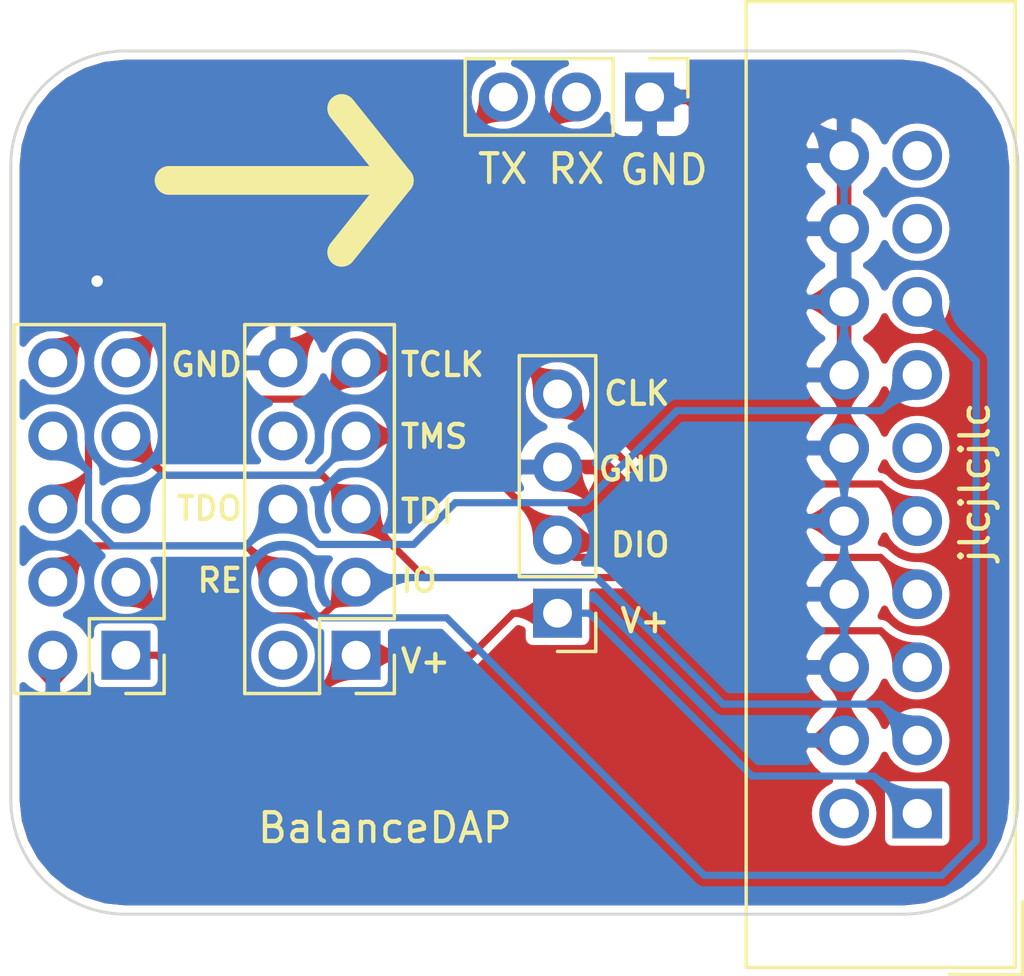
<source format=kicad_pcb>
(kicad_pcb (version 20171130) (host pcbnew "(5.1.4)-1")
  (layers (0 F.Cu signal) (31 B.Cu signal) (34 B.Paste user hide) (35 F.Paste user hide) (36 B.SilkS user) (37 F.SilkS user) (38 B.Mask user hide) (39 F.Mask user hide) (44 Edge.Cuts user))
  (net 0 "")
  (net 1 /UART_TX)
  (net 2 /UART_RX)
  (net 3 /TDO)
  (net 4 /TDI)
  (net 5 /TCLK\SWCLK)
  (net 6 /TMS\SWDIO)
  (net 7 /RESET)
  (net 8 /IO)
  (net 9 GND)
  (net 10 /VREF+)
  (module Connector_PinHeader_2.54mm:PinHeader_2x05_P2.54mm_Vertical (layer F.Cu) (at 134 73 180)
    (fp_text reference J1 hide)
    (fp_text value Conn_02x05_Top_Bottom)
    (pad 10 thru_hole oval (at 2.54 10.16 180) (size 1.7 1.7) (drill 1) (layers *.Cu *.Mask) (net 1 /UART_TX))
    (pad 9 thru_hole oval (at 0 10.16 180) (size 1.7 1.7) (drill 1) (layers *.Cu *.Mask) (net 2 /UART_RX))
    (pad 8 thru_hole oval (at 2.54 7.62 180) (size 1.7 1.7) (drill 1) (layers *.Cu *.Mask) (net 3 /TDO))
    (pad 7 thru_hole oval (at 0 7.62 180) (size 1.7 1.7) (drill 1) (layers *.Cu *.Mask) (net 4 /TDI))
    (pad 6 thru_hole oval (at 2.54 5.08 180) (size 1.7 1.7) (drill 1) (layers *.Cu *.Mask) (net 5 /TCLK\SWCLK))
    (pad 5 thru_hole oval (at 0 5.08 180) (size 1.7 1.7) (drill 1) (layers *.Cu *.Mask) (net 6 /TMS\SWDIO))
    (pad 4 thru_hole oval (at 2.54 2.54 180) (size 1.7 1.7) (drill 1) (layers *.Cu *.Mask) (net 7 /RESET))
    (pad 3 thru_hole oval (at 0 2.54 180) (size 1.7 1.7) (drill 1) (layers *.Cu *.Mask) (net 8 /IO))
    (pad 2 thru_hole oval (at 2.54 0 180) (size 1.7 1.7) (drill 1) (layers *.Cu *.Mask) (net 9 GND))
    (pad 1 thru_hole rect (at 0 0 180) (size 1.7 1.7) (drill 1) (layers *.Cu *.Mask) (net 10 /VREF+))
  )
  (module Connector_PinHeader_2.54mm:PinHeader_1x04_P2.54mm_Vertical (layer F.Cu) (at 149 71.54 180)
    (fp_text reference J5 hide)
    (fp_text value Conn_01x04)
    (pad 4 thru_hole oval (at 0 7.62 180) (size 1.7 1.7) (drill 1) (layers *.Cu *.Mask) (net 5 /TCLK\SWCLK))
    (pad 3 thru_hole oval (at 0 5.08 180) (size 1.7 1.7) (drill 1) (layers *.Cu *.Mask) (net 9 GND))
    (pad 2 thru_hole oval (at 0 2.54 180) (size 1.7 1.7) (drill 1) (layers *.Cu *.Mask) (net 6 /TMS\SWDIO))
    (pad 1 thru_hole rect (at 0 0 180) (size 1.7 1.7) (drill 1) (layers *.Cu *.Mask) (net 10 /VREF+))
  )
  (module Connector_PinHeader_2.54mm:PinHeader_2x05_P2.54mm_Vertical (layer F.Cu) (at 142 73 180)
    (fp_text reference J4 hide)
    (fp_text value Conn_02x05_Top_Bottom)
    (pad 10 thru_hole oval (at 2.54 10.16 180) (size 1.7 1.7) (drill 1) (layers *.Cu *.Mask) (net 9 GND))
    (pad 9 thru_hole oval (at 0 10.16 180) (size 1.7 1.7) (drill 1) (layers *.Cu *.Mask) (net 5 /TCLK\SWCLK))
    (pad 8 thru_hole oval (at 2.54 7.62 180) (size 1.7 1.7) (drill 1) (layers *.Cu *.Mask))
    (pad 7 thru_hole oval (at 0 7.62 180) (size 1.7 1.7) (drill 1) (layers *.Cu *.Mask) (net 6 /TMS\SWDIO))
    (pad 6 thru_hole oval (at 2.54 5.08 180) (size 1.7 1.7) (drill 1) (layers *.Cu *.Mask) (net 3 /TDO))
    (pad 5 thru_hole oval (at 0 5.08 180) (size 1.7 1.7) (drill 1) (layers *.Cu *.Mask) (net 4 /TDI))
    (pad 4 thru_hole oval (at 2.54 2.54 180) (size 1.7 1.7) (drill 1) (layers *.Cu *.Mask) (net 7 /RESET))
    (pad 3 thru_hole oval (at 0 2.54 180) (size 1.7 1.7) (drill 1) (layers *.Cu *.Mask) (net 8 /IO))
    (pad 2 thru_hole oval (at 2.54 0 180) (size 1.7 1.7) (drill 1) (layers *.Cu *.Mask))
    (pad 1 thru_hole rect (at 0 0 180) (size 1.7 1.7) (drill 1) (layers *.Cu *.Mask) (net 10 /VREF+))
  )
  (module Connector_PinHeader_2.54mm:PinHeader_1x03_P2.54mm_Vertical (layer F.Cu) (at 152.2 53.6 270)
    (fp_text reference J3 hide)
    (fp_text value Conn_01x03)
    (pad 3 thru_hole oval (at 0 5.08 270) (size 1.7 1.7) (drill 1) (layers *.Cu *.Mask) (net 1 /UART_TX))
    (pad 2 thru_hole oval (at 0 2.54 270) (size 1.7 1.7) (drill 1) (layers *.Cu *.Mask) (net 2 /UART_RX))
    (pad 1 thru_hole rect (at 0 0 270) (size 1.7 1.7) (drill 1) (layers *.Cu *.Mask) (net 9 GND))
  )
  (module Connector_IDC:IDC-Header_2x10_P2.54mm_Vertical (layer F.Cu) (at 161.5 78.5 180)
    (fp_text reference J2 hide)
    (fp_text value Conn_02x10_Top_Bottom)
    (pad 20 thru_hole oval (at 2.54 22.86 180) (size 1.7272 1.7272) (drill 1.016) (layers *.Cu *.Mask) (net 9 GND))
    (pad 19 thru_hole oval (at 0 22.86 180) (size 1.7272 1.7272) (drill 1.016) (layers *.Cu *.Mask))
    (pad 18 thru_hole oval (at 2.54 20.32 180) (size 1.7272 1.7272) (drill 1.016) (layers *.Cu *.Mask) (net 9 GND))
    (pad 17 thru_hole oval (at 0 20.32 180) (size 1.7272 1.7272) (drill 1.016) (layers *.Cu *.Mask))
    (pad 16 thru_hole oval (at 2.54 17.78 180) (size 1.7272 1.7272) (drill 1.016) (layers *.Cu *.Mask) (net 9 GND))
    (pad 15 thru_hole oval (at 0 17.78 180) (size 1.7272 1.7272) (drill 1.016) (layers *.Cu *.Mask) (net 7 /RESET))
    (pad 14 thru_hole oval (at 2.54 15.24 180) (size 1.7272 1.7272) (drill 1.016) (layers *.Cu *.Mask) (net 9 GND))
    (pad 13 thru_hole oval (at 0 15.24 180) (size 1.7272 1.7272) (drill 1.016) (layers *.Cu *.Mask) (net 3 /TDO))
    (pad 12 thru_hole oval (at 2.54 12.7 180) (size 1.7272 1.7272) (drill 1.016) (layers *.Cu *.Mask) (net 9 GND))
    (pad 11 thru_hole oval (at 0 12.7 180) (size 1.7272 1.7272) (drill 1.016) (layers *.Cu *.Mask))
    (pad 10 thru_hole oval (at 2.54 10.16 180) (size 1.7272 1.7272) (drill 1.016) (layers *.Cu *.Mask) (net 9 GND))
    (pad 9 thru_hole oval (at 0 10.16 180) (size 1.7272 1.7272) (drill 1.016) (layers *.Cu *.Mask) (net 5 /TCLK\SWCLK))
    (pad 8 thru_hole oval (at 2.54 7.62 180) (size 1.7272 1.7272) (drill 1.016) (layers *.Cu *.Mask) (net 9 GND))
    (pad 7 thru_hole oval (at 0 7.62 180) (size 1.7272 1.7272) (drill 1.016) (layers *.Cu *.Mask) (net 6 /TMS\SWDIO))
    (pad 6 thru_hole oval (at 2.54 5.08 180) (size 1.7272 1.7272) (drill 1.016) (layers *.Cu *.Mask) (net 9 GND))
    (pad 5 thru_hole oval (at 0 5.08 180) (size 1.7272 1.7272) (drill 1.016) (layers *.Cu *.Mask) (net 4 /TDI))
    (pad 4 thru_hole oval (at 2.54 2.54 180) (size 1.7272 1.7272) (drill 1.016) (layers *.Cu *.Mask) (net 9 GND))
    (pad 3 thru_hole oval (at 0 2.54 180) (size 1.7272 1.7272) (drill 1.016) (layers *.Cu *.Mask) (net 8 /IO))
    (pad 2 thru_hole oval (at 2.54 0 180) (size 1.7272 1.7272) (drill 1.016) (layers *.Cu *.Mask))
    (pad 1 thru_hole rect (at 0 0 180) (size 1.7272 1.7272) (drill 1.016) (layers *.Cu *.Mask) (net 10 /VREF+))
  )
  (gr_text jlcjlcjlc (at 163.5 67 90) (layer F.SilkS) (effects (font (size 1 1))))
  (gr_text BalanceDAP (at 143 79) (layer F.SilkS) (effects (font (size 1 1))))
  (gr_text V+ (at 144.409524 73.2) (layer F.SilkS) (effects (font (size 0.8 0.8))))
  (gr_text GND (at 136.804762 62.9) (layer F.SilkS) (effects (font (size 0.8 0.8))))
  (gr_text IO (at 144.180953 70.4) (layer F.SilkS) (effects (font (size 0.8 0.8))))
  (gr_text TCLK (at 145 62.9) (layer F.SilkS) (effects (font (size 0.8 0.8))))
  (gr_text TMS (at 144.714286 65.4) (layer F.SilkS) (effects (font (size 0.8 0.8))))
  (gr_text TDI (at 144.466667 68) (layer F.SilkS) (effects (font (size 0.8 0.8))))
  (gr_text RE (at 137.261905 70.4) (layer F.SilkS) (effects (font (size 0.8 0.8))))
  (gr_text TDO (at 136.9 67.9) (layer F.SilkS) (effects (font (size 0.8 0.8))))
  (gr_text GND (at 152.695238 56.133333) (layer F.SilkS) (effects (font (size 1 1))))
  (gr_text V+ (at 152.042858 71.8) (layer F.SilkS) (effects (font (size 0.8 0.8))))
  (gr_text GND (at 151.661905 66.533333) (layer F.SilkS) (effects (font (size 0.8 0.8))))
  (gr_text CLK (at 151.757143 63.9) (layer F.SilkS) (effects (font (size 0.8 0.8))))
  (gr_text DIO (at 151.871429 69.166666) (layer F.SilkS) (effects (font (size 0.8 0.8))))
  (gr_text RX (at 149.65 56.1) (layer F.SilkS) (effects (font (size 1 1))))
  (gr_text TX (at 147.1 56.1) (layer F.SilkS) (effects (font (size 1 1))))
  (gr_line (start 143.5 56.5) (end 141.5 59) (layer F.SilkS) (width 1))
  (gr_line (start 141.5 54) (end 143.5 56.5) (layer F.SilkS) (width 1))
  (gr_line (start 135.5 56.5) (end 143.5 56.5) (layer F.SilkS) (width 1))
  (gr_arc (start 134 78) (end 130 78) (angle -90) (layer Edge.Cuts) (width 0.1))
  (gr_arc (start 134 56) (end 134 52) (angle -90) (layer Edge.Cuts) (width 0.1))
  (gr_arc (start 161 56) (end 165 56) (angle -90) (layer Edge.Cuts) (width 0.1))
  (gr_arc (start 161 78) (end 161 82) (angle -90) (layer Edge.Cuts) (width 0.1))
  (gr_line (start 165 56) (end 165 78) (layer Edge.Cuts) (width 0.1))
  (gr_line (start 134 52) (end 161 52) (layer Edge.Cuts) (width 0.1))
  (gr_line (start 130 78) (end 130 56) (layer Edge.Cuts) (width 0.1))
  (gr_line (start 161 82) (end 134 82) (layer Edge.Cuts) (width 0.1))
  (segment (start 131.46 62.84) (end 135.8 58.5) (width 0.25) (layer F.Cu) (net 1))
  (segment (start 142.22 58.5) (end 147.12 53.6) (width 0.25) (layer F.Cu) (net 1))
  (segment (start 135.8 58.5) (end 142.22 58.5) (width 0.25) (layer F.Cu) (net 1))
  (segment (start 134 62.84) (end 137.64 59.2) (width 0.25) (layer F.Cu) (net 2))
  (segment (start 144.06 59.2) (end 149.66 53.6) (width 0.25) (layer F.Cu) (net 2))
  (segment (start 137.64 59.2) (end 144.06 59.2) (width 0.25) (layer F.Cu) (net 2))
  (segment (start 131.46 65.38) (end 132.7 66.62) (width 0.25) (layer B.Cu) (net 3))
  (segment (start 132.7 68.359002) (end 133.540998 69.2) (width 0.25) (layer B.Cu) (net 3))
  (segment (start 132.7 66.62) (end 132.7 68.359002) (width 0.25) (layer B.Cu) (net 3))
  (segment (start 138.18 69.2) (end 139.46 67.92) (width 0.25) (layer B.Cu) (net 3))
  (segment (start 133.540998 69.2) (end 138.18 69.2) (width 0.25) (layer B.Cu) (net 3))
  (segment (start 161.5 63.26) (end 160.26 64.5) (width 0.25) (layer B.Cu) (net 3))
  (segment (start 160.26 64.5) (end 153.15 64.5) (width 0.25) (layer B.Cu) (net 3))
  (segment (start 153.15 64.5) (end 149.95 67.7) (width 0.25) (layer B.Cu) (net 3))
  (segment (start 149.95 67.7) (end 145.45 67.7) (width 0.25) (layer B.Cu) (net 3))
  (segment (start 145.45 67.7) (end 144 69.15) (width 0.25) (layer B.Cu) (net 3))
  (segment (start 140.69 69.15) (end 139.46 67.92) (width 0.25) (layer B.Cu) (net 3))
  (segment (start 144 69.15) (end 140.69 69.15) (width 0.25) (layer B.Cu) (net 3))
  (segment (start 141.150001 67.070001) (end 142 67.92) (width 0.25) (layer F.Cu) (net 4))
  (segment (start 140.824999 66.744999) (end 141.150001 67.070001) (width 0.25) (layer F.Cu) (net 4))
  (segment (start 135.364999 66.744999) (end 140.824999 66.744999) (width 0.25) (layer F.Cu) (net 4))
  (segment (start 134 65.38) (end 135.364999 66.744999) (width 0.25) (layer F.Cu) (net 4))
  (segment (start 142 67.92) (end 144.38 70.3) (width 0.25) (layer F.Cu) (net 4))
  (segment (start 144.38 70.3) (end 155.55 70.3) (width 0.25) (layer F.Cu) (net 4))
  (segment (start 155.55 70.3) (end 157.4 72.15) (width 0.25) (layer F.Cu) (net 4))
  (segment (start 160.23 72.15) (end 161.5 73.42) (width 0.25) (layer F.Cu) (net 4))
  (segment (start 157.4 72.15) (end 160.23 72.15) (width 0.25) (layer F.Cu) (net 4))
  (segment (start 142 63.1) (end 142 62.84) (width 0.25) (layer F.Cu) (net 5))
  (segment (start 141 64.1) (end 142 63.1) (width 0.25) (layer F.Cu) (net 5))
  (segment (start 133.540998 64.1) (end 141 64.1) (width 0.25) (layer F.Cu) (net 5))
  (segment (start 132.7 64.940998) (end 133.540998 64.1) (width 0.25) (layer F.Cu) (net 5))
  (segment (start 131.46 67.92) (end 132.7 66.68) (width 0.25) (layer F.Cu) (net 5))
  (segment (start 132.7 66.68) (end 132.7 64.940998) (width 0.25) (layer F.Cu) (net 5))
  (segment (start 147.92 62.84) (end 149 63.92) (width 0.25) (layer F.Cu) (net 5))
  (segment (start 142 62.84) (end 147.92 62.84) (width 0.25) (layer F.Cu) (net 5))
  (segment (start 149 63.92) (end 152.13 67.05) (width 0.25) (layer F.Cu) (net 5))
  (segment (start 160.21 67.05) (end 161.5 68.34) (width 0.25) (layer F.Cu) (net 5))
  (segment (start 152.13 67.05) (end 160.21 67.05) (width 0.25) (layer F.Cu) (net 5))
  (segment (start 141.150001 66.229999) (end 142 65.38) (width 0.25) (layer B.Cu) (net 6))
  (segment (start 140.635001 66.744999) (end 141.150001 66.229999) (width 0.25) (layer B.Cu) (net 6))
  (segment (start 135.175001 66.744999) (end 140.635001 66.744999) (width 0.25) (layer B.Cu) (net 6))
  (segment (start 134 67.92) (end 135.175001 66.744999) (width 0.25) (layer B.Cu) (net 6))
  (segment (start 145.38 65.38) (end 149 69) (width 0.25) (layer F.Cu) (net 6))
  (segment (start 142 65.38) (end 145.38 65.38) (width 0.25) (layer F.Cu) (net 6))
  (segment (start 149.6 69.6) (end 149 69) (width 0.25) (layer F.Cu) (net 6))
  (segment (start 161.5 70.88) (end 160.22 69.6) (width 0.25) (layer F.Cu) (net 6))
  (segment (start 160.22 69.6) (end 149.6 69.6) (width 0.25) (layer F.Cu) (net 6))
  (segment (start 131.46 70.46) (end 132.72 69.2) (width 0.25) (layer F.Cu) (net 7))
  (segment (start 138.2 69.2) (end 139.46 70.46) (width 0.25) (layer F.Cu) (net 7))
  (segment (start 132.72 69.2) (end 138.2 69.2) (width 0.25) (layer F.Cu) (net 7))
  (segment (start 139.46 70.46) (end 140.7 71.7) (width 0.25) (layer B.Cu) (net 7))
  (segment (start 140.7 71.7) (end 145.15 71.7) (width 0.25) (layer B.Cu) (net 7))
  (segment (start 145.15 71.7) (end 154.1 80.65) (width 0.25) (layer B.Cu) (net 7))
  (segment (start 154.1 80.65) (end 162.35 80.65) (width 0.25) (layer B.Cu) (net 7))
  (segment (start 162.35 80.65) (end 163.55 79.45) (width 0.25) (layer B.Cu) (net 7))
  (segment (start 163.55 62.77) (end 161.5 60.72) (width 0.25) (layer B.Cu) (net 7))
  (segment (start 163.55 79.45) (end 163.55 62.77) (width 0.25) (layer B.Cu) (net 7))
  (segment (start 141.150001 71.309999) (end 142 70.46) (width 0.25) (layer F.Cu) (net 8))
  (segment (start 140.824999 71.635001) (end 141.150001 71.309999) (width 0.25) (layer F.Cu) (net 8))
  (segment (start 135.175001 71.635001) (end 140.824999 71.635001) (width 0.25) (layer F.Cu) (net 8))
  (segment (start 134 70.46) (end 135.175001 71.635001) (width 0.25) (layer F.Cu) (net 8))
  (segment (start 142.16 70.3) (end 142 70.46) (width 0.25) (layer B.Cu) (net 8))
  (segment (start 154.75 74.7) (end 150.35 70.3) (width 0.25) (layer B.Cu) (net 8))
  (segment (start 161.5 75.96) (end 160.24 74.7) (width 0.25) (layer B.Cu) (net 8))
  (segment (start 150.35 70.3) (end 142.16 70.3) (width 0.25) (layer B.Cu) (net 8))
  (segment (start 160.24 74.7) (end 154.75 74.7) (width 0.25) (layer B.Cu) (net 8))
  (segment (start 158.96 56.861314) (end 158.96 63.26) (width 0.25) (layer B.Cu) (net 9))
  (segment (start 158.96 55.64) (end 158.96 56.861314) (width 0.25) (layer B.Cu) (net 9))
  (segment (start 158.96 65.8) (end 158.96 70.88) (width 0.25) (layer B.Cu) (net 9))
  (segment (start 158.96 75.96) (end 158.96 73.42) (width 0.25) (layer F.Cu) (net 9))
  (segment (start 158.96 63.26) (end 158.96 65.8) (width 0.25) (layer F.Cu) (net 9))
  (segment (start 150.88 68.34) (end 158.96 68.34) (width 0.25) (layer F.Cu) (net 9))
  (segment (start 149 66.46) (end 150.88 68.34) (width 0.25) (layer F.Cu) (net 9))
  (segment (start 141.58 60.72) (end 158.96 60.72) (width 0.25) (layer F.Cu) (net 9))
  (segment (start 139.46 62.84) (end 141.58 60.72) (width 0.25) (layer F.Cu) (net 9))
  (segment (start 133.217919 75.96) (end 157.738686 75.96) (width 0.25) (layer F.Cu) (net 9))
  (segment (start 131.46 74.202081) (end 133.217919 75.96) (width 0.25) (layer F.Cu) (net 9))
  (segment (start 157.738686 75.96) (end 158.96 75.96) (width 0.25) (layer F.Cu) (net 9))
  (segment (start 131.46 73) (end 131.46 74.202081) (width 0.25) (layer F.Cu) (net 9))
  (segment (start 158.96 72.198686) (end 158.96 70.88) (width 0.25) (layer B.Cu) (net 9))
  (segment (start 158.96 73.42) (end 158.96 72.198686) (width 0.25) (layer B.Cu) (net 9))
  (segment (start 156.92 53.6) (end 158.96 55.64) (width 0.25) (layer B.Cu) (net 9))
  (segment (start 152.2 53.6) (end 156.92 53.6) (width 0.25) (layer B.Cu) (net 9))
  (segment (start 152.2 54.7) (end 146.9 60) (width 0.25) (layer B.Cu) (net 9))
  (segment (start 152.2 53.6) (end 152.2 54.7) (width 0.25) (layer B.Cu) (net 9))
  (segment (start 146.9 60) (end 133 60) (width 0.25) (layer B.Cu) (net 9))
  (via (at 133 60) (size 0.8) (drill 0.4) (layers F.Cu B.Cu) (net 9))
  (segment (start 135.1 73) (end 137.1 75) (width 0.25) (layer F.Cu) (net 10))
  (segment (start 134 73) (end 135.1 73) (width 0.25) (layer F.Cu) (net 10))
  (segment (start 137.1 75) (end 140 75) (width 0.25) (layer F.Cu) (net 10))
  (segment (start 140 75) (end 142 73) (width 0.25) (layer F.Cu) (net 10))
  (segment (start 142 73) (end 146 73) (width 0.25) (layer F.Cu) (net 10))
  (segment (start 147.46 71.54) (end 149 71.54) (width 0.25) (layer F.Cu) (net 10))
  (segment (start 146 73) (end 147.46 71.54) (width 0.25) (layer F.Cu) (net 10))
  (segment (start 160 77.2) (end 161.3 78.5) (width 0.25) (layer B.Cu) (net 10))
  (segment (start 161.3 78.5) (end 161.5 78.5) (width 0.25) (layer B.Cu) (net 10))
  (segment (start 155.76 77.2) (end 160 77.2) (width 0.25) (layer B.Cu) (net 10))
  (segment (start 149 71.54) (end 150.1 71.54) (width 0.25) (layer B.Cu) (net 10))
  (segment (start 150.1 71.54) (end 155.76 77.2) (width 0.25) (layer B.Cu) (net 10))
  (zone (net 9) (net_name GND) (layer F.Cu) (connect_pads (clearance 0.254)) (min_thickness 0.254) (fill yes (arc_segments 32) (thermal_gap 0.508) (thermal_bridge_width 0.508))
    (polygon (pts (xy 165 82) (xy 130 82) (xy 130 52) (xy 165 52)))
  )
  (zone (net 9) (net_name GND) (layer B.Cu) (connect_pads (clearance 0.254)) (min_thickness 0.254) (fill yes (arc_segments 32) (thermal_gap 0.508) (thermal_bridge_width 0.508))
    (polygon (pts (xy 165 82) (xy 130 82) (xy 130 52) (xy 165 52)))
  )
  (zone (net 1) (net_name /UART_TX) (layer F.Cu) (priority 16962) (connect_pads yes (clearance 0.2)) (min_thickness 0.0254) (fill yes (arc_segments 32) (thermal_gap 0.508) (thermal_bridge_width 0.508))
    (polygon (pts (xy 132.609257 61.513967) (xy 132.51097 61.605606) (xy 132.409176 61.68746) (xy 132.303872 61.75953) (xy 132.19506 61.821815) (xy 132.082738 61.874315) (xy 131.966908 61.91703) (xy 131.847569 61.94996) (xy 131.724721 61.973106) (xy 131.598365 61.986467) (xy 131.4685 61.990043) (xy 131.15948 63.14052) (xy 132.309957 62.8315) (xy 132.313533 62.701634) (xy 132.326893 62.575278) (xy 132.350039 62.45243) (xy 132.382969 62.333091) (xy 132.425685 62.217261) (xy 132.478185 62.104939) (xy 132.540469 61.996127) (xy 132.612539 61.890823) (xy 132.694393 61.789029) (xy 132.786033 61.690743)))
  )
  (zone (net 1) (net_name /UART_TX) (layer F.Cu) (priority 16962) (connect_pads yes (clearance 0.2)) (min_thickness 0.0254) (fill yes (arc_segments 32) (thermal_gap 0.508) (thermal_bridge_width 0.508))
    (polygon (pts (xy 145.970743 54.926033) (xy 146.069029 54.834393) (xy 146.170823 54.752539) (xy 146.276127 54.680469) (xy 146.384939 54.618185) (xy 146.497261 54.565685) (xy 146.613091 54.522969) (xy 146.73243 54.490039) (xy 146.855278 54.466893) (xy 146.981634 54.453533) (xy 147.1115 54.449957) (xy 147.42052 53.29948) (xy 146.270043 53.6085) (xy 146.266467 53.738365) (xy 146.253106 53.864721) (xy 146.22996 53.987569) (xy 146.19703 54.106908) (xy 146.154315 54.222738) (xy 146.101815 54.33506) (xy 146.03953 54.443872) (xy 145.96746 54.549176) (xy 145.885606 54.65097) (xy 145.793967 54.749257)))
  )
  (zone (net 2) (net_name /UART_RX) (layer F.Cu) (priority 16962) (connect_pads yes (clearance 0.2)) (min_thickness 0.0254) (fill yes (arc_segments 32) (thermal_gap 0.508) (thermal_bridge_width 0.508))
    (polygon (pts (xy 135.149257 61.513967) (xy 135.05097 61.605606) (xy 134.949176 61.68746) (xy 134.843872 61.75953) (xy 134.73506 61.821815) (xy 134.622738 61.874315) (xy 134.506908 61.91703) (xy 134.387569 61.94996) (xy 134.264721 61.973106) (xy 134.138365 61.986467) (xy 134.0085 61.990043) (xy 133.69948 63.14052) (xy 134.849957 62.8315) (xy 134.853533 62.701634) (xy 134.866893 62.575278) (xy 134.890039 62.45243) (xy 134.922969 62.333091) (xy 134.965685 62.217261) (xy 135.018185 62.104939) (xy 135.080469 61.996127) (xy 135.152539 61.890823) (xy 135.234393 61.789029) (xy 135.326033 61.690743)))
  )
  (zone (net 2) (net_name /UART_RX) (layer F.Cu) (priority 16962) (connect_pads yes (clearance 0.2)) (min_thickness 0.0254) (fill yes (arc_segments 32) (thermal_gap 0.508) (thermal_bridge_width 0.508))
    (polygon (pts (xy 148.510743 54.926033) (xy 148.609029 54.834393) (xy 148.710823 54.752539) (xy 148.816127 54.680469) (xy 148.924939 54.618185) (xy 149.037261 54.565685) (xy 149.153091 54.522969) (xy 149.27243 54.490039) (xy 149.395278 54.466893) (xy 149.521634 54.453533) (xy 149.6515 54.449957) (xy 149.96052 53.29948) (xy 148.810043 53.6085) (xy 148.806467 53.738365) (xy 148.793106 53.864721) (xy 148.76996 53.987569) (xy 148.73703 54.106908) (xy 148.694315 54.222738) (xy 148.641815 54.33506) (xy 148.57953 54.443872) (xy 148.50746 54.549176) (xy 148.425606 54.65097) (xy 148.333967 54.749257)))
  )
  (zone (net 3) (net_name /TDO) (layer B.Cu) (priority 16962) (connect_pads yes (clearance 0.2)) (min_thickness 0.0254) (fill yes (arc_segments 32) (thermal_gap 0.508) (thermal_bridge_width 0.508))
    (polygon (pts (xy 132.786033 66.529257) (xy 132.694393 66.43097) (xy 132.612539 66.329176) (xy 132.540469 66.223872) (xy 132.478185 66.11506) (xy 132.425685 66.002738) (xy 132.382969 65.886908) (xy 132.350039 65.767569) (xy 132.326893 65.644721) (xy 132.313533 65.518365) (xy 132.309957 65.3885) (xy 131.15948 65.07948) (xy 131.4685 66.229957) (xy 131.598365 66.233533) (xy 131.724721 66.246893) (xy 131.847569 66.270039) (xy 131.966908 66.302969) (xy 132.082738 66.345685) (xy 132.19506 66.398185) (xy 132.303872 66.460469) (xy 132.409176 66.532539) (xy 132.51097 66.614393) (xy 132.609257 66.706033)))
  )
  (zone (net 3) (net_name /TDO) (layer B.Cu) (priority 16962) (connect_pads yes (clearance 0.2)) (min_thickness 0.0254) (fill yes (arc_segments 32) (thermal_gap 0.508) (thermal_bridge_width 0.508))
    (polygon (pts (xy 138.310743 69.246033) (xy 138.409029 69.154393) (xy 138.510823 69.072539) (xy 138.616127 69.000469) (xy 138.724939 68.938185) (xy 138.837261 68.885685) (xy 138.953091 68.842969) (xy 139.07243 68.810039) (xy 139.195278 68.786893) (xy 139.321634 68.773533) (xy 139.4515 68.769957) (xy 139.76052 67.61948) (xy 138.610043 67.9285) (xy 138.606467 68.058365) (xy 138.593106 68.184721) (xy 138.56996 68.307569) (xy 138.53703 68.426908) (xy 138.494315 68.542738) (xy 138.441815 68.65506) (xy 138.37953 68.763872) (xy 138.30746 68.869176) (xy 138.225606 68.97097) (xy 138.133967 69.069257)))
  )
  (zone (net 3) (net_name /TDO) (layer B.Cu) (priority 16962) (connect_pads yes (clearance 0.2)) (min_thickness 0.0254) (fill yes (arc_segments 32) (thermal_gap 0.508) (thermal_bridge_width 0.508))
    (polygon (pts (xy 160.348389 64.588388) (xy 160.444697 64.498861) (xy 160.545002 64.418899) (xy 160.649306 64.348503) (xy 160.757607 64.287672) (xy 160.869905 64.236406) (xy 160.986202 64.194705) (xy 161.106496 64.16257) (xy 161.230787 64.14) (xy 161.359077 64.126995) (xy 161.491364 64.123556) (xy 161.805328 62.954672) (xy 160.636444 63.268636) (xy 160.633004 63.400922) (xy 160.619999 63.529212) (xy 160.597429 63.653503) (xy 160.565294 63.773797) (xy 160.523593 63.890094) (xy 160.472327 64.002392) (xy 160.411496 64.110693) (xy 160.3411 64.214997) (xy 160.261138 64.315302) (xy 160.171612 64.411611)))
  )
  (zone (net 3) (net_name /TDO) (layer B.Cu) (priority 16962) (connect_pads yes (clearance 0.2)) (min_thickness 0.0254) (fill yes (arc_segments 32) (thermal_gap 0.508) (thermal_bridge_width 0.508))
    (polygon (pts (xy 140.778388 69.061611) (xy 140.688201 68.964777) (xy 140.607646 68.864282) (xy 140.536723 68.760125) (xy 140.475432 68.652307) (xy 140.423773 68.540827) (xy 140.381746 68.425685) (xy 140.349351 68.306881) (xy 140.326588 68.184416) (xy 140.313456 68.058288) (xy 140.309957 67.9285) (xy 139.15948 67.61948) (xy 139.4685 68.769957) (xy 139.598288 68.773456) (xy 139.724416 68.786588) (xy 139.846881 68.809351) (xy 139.965685 68.841746) (xy 140.080827 68.883773) (xy 140.192307 68.935432) (xy 140.300125 68.996723) (xy 140.404282 69.067646) (xy 140.504777 69.148201) (xy 140.601611 69.238388)))
  )
  (zone (net 4) (net_name /TDI) (layer F.Cu) (priority 16962) (connect_pads yes (clearance 0.2)) (min_thickness 0.0254) (fill yes (arc_segments 32) (thermal_gap 0.508) (thermal_bridge_width 0.508))
    (polygon (pts (xy 141.061613 67.15839) (xy 141.079599 67.183023) (xy 141.095554 67.218917) (xy 141.109476 67.266074) (xy 141.121367 67.324492) (xy 141.131226 67.394173) (xy 141.139053 67.475114) (xy 141.144848 67.567318) (xy 141.148612 67.670783) (xy 141.150343 67.785511) (xy 141.150043 67.9115) (xy 142.30052 68.22052) (xy 141.9915 67.070043) (xy 141.865511 67.070343) (xy 141.750783 67.068612) (xy 141.647318 67.064848) (xy 141.555114 67.059053) (xy 141.474173 67.051226) (xy 141.404492 67.041367) (xy 141.346074 67.029476) (xy 141.298917 67.015554) (xy 141.263023 66.999599) (xy 141.23839 66.981613)))
  )
  (zone (net 4) (net_name /TDI) (layer F.Cu) (priority 16962) (connect_pads yes (clearance 0.2)) (min_thickness 0.0254) (fill yes (arc_segments 32) (thermal_gap 0.508) (thermal_bridge_width 0.508))
    (polygon (pts (xy 135.326033 66.529257) (xy 135.234393 66.43097) (xy 135.152539 66.329176) (xy 135.080469 66.223872) (xy 135.018185 66.11506) (xy 134.965685 66.002738) (xy 134.922969 65.886908) (xy 134.890039 65.767569) (xy 134.866893 65.644721) (xy 134.853533 65.518365) (xy 134.849957 65.3885) (xy 133.69948 65.07948) (xy 134.0085 66.229957) (xy 134.138365 66.233533) (xy 134.264721 66.246893) (xy 134.387569 66.270039) (xy 134.506908 66.302969) (xy 134.622738 66.345685) (xy 134.73506 66.398185) (xy 134.843872 66.460469) (xy 134.949176 66.532539) (xy 135.05097 66.614393) (xy 135.149257 66.706033)))
  )
  (zone (net 4) (net_name /TDI) (layer F.Cu) (priority 16962) (connect_pads yes (clearance 0.2)) (min_thickness 0.0254) (fill yes (arc_segments 32) (thermal_gap 0.508) (thermal_bridge_width 0.508))
    (polygon (pts (xy 143.326033 69.069257) (xy 143.234393 68.97097) (xy 143.152539 68.869176) (xy 143.080469 68.763872) (xy 143.018185 68.65506) (xy 142.965685 68.542738) (xy 142.922969 68.426908) (xy 142.890039 68.307569) (xy 142.866893 68.184721) (xy 142.853533 68.058365) (xy 142.849957 67.9285) (xy 141.69948 67.61948) (xy 142.0085 68.769957) (xy 142.138365 68.773533) (xy 142.264721 68.786893) (xy 142.387569 68.810039) (xy 142.506908 68.842969) (xy 142.622738 68.885685) (xy 142.73506 68.938185) (xy 142.843872 69.000469) (xy 142.949176 69.072539) (xy 143.05097 69.154393) (xy 143.149257 69.246033)))
  )
  (zone (net 4) (net_name /TDI) (layer F.Cu) (priority 16962) (connect_pads yes (clearance 0.2)) (min_thickness 0.0254) (fill yes (arc_segments 32) (thermal_gap 0.508) (thermal_bridge_width 0.508))
    (polygon (pts (xy 160.15075 72.247527) (xy 160.24424 72.347798) (xy 160.327748 72.451651) (xy 160.401274 72.559083) (xy 160.464817 72.670096) (xy 160.518378 72.78469) (xy 160.561956 72.902864) (xy 160.595551 73.024618) (xy 160.619165 73.149953) (xy 160.632795 73.278868) (xy 160.636444 73.411364) (xy 161.805328 73.725328) (xy 161.491364 72.556444) (xy 161.358868 72.552795) (xy 161.229953 72.539165) (xy 161.104618 72.515551) (xy 160.982864 72.481956) (xy 160.86469 72.438378) (xy 160.750096 72.384817) (xy 160.639083 72.321274) (xy 160.531651 72.247748) (xy 160.427798 72.16424) (xy 160.327527 72.07075)))
  )
  (zone (net 5) (net_name /TCLK\SWCLK) (layer F.Cu) (priority 16962) (connect_pads yes (clearance 0.2)) (min_thickness 0.0254) (fill yes (arc_segments 32) (thermal_gap 0.508) (thermal_bridge_width 0.508))
    (polygon (pts (xy 141.088389 64.188388) (xy 141.141522 64.092501) (xy 141.202917 64.006846) (xy 141.272574 63.931423) (xy 141.350492 63.866232) (xy 141.436672 63.811273) (xy 141.531114 63.766546) (xy 141.633818 63.732051) (xy 141.744783 63.707788) (xy 141.864011 63.693756) (xy 141.9915 63.689957) (xy 142.30052 62.53948) (xy 141.150043 62.8485) (xy 141.148843 62.978588) (xy 141.142612 63.105616) (xy 141.131348 63.229581) (xy 141.115053 63.350485) (xy 141.093726 63.468327) (xy 141.067367 63.583107) (xy 141.035976 63.694825) (xy 140.999553 63.803482) (xy 140.958098 63.909077) (xy 140.911612 64.011611)))
  )
  (zone (net 5) (net_name /TCLK\SWCLK) (layer F.Cu) (priority 16962) (connect_pads yes (clearance 0.2)) (min_thickness 0.0254) (fill yes (arc_segments 32) (thermal_gap 0.508) (thermal_bridge_width 0.508))
    (polygon (pts (xy 132.609257 66.593967) (xy 132.51097 66.685606) (xy 132.409176 66.76746) (xy 132.303872 66.83953) (xy 132.19506 66.901815) (xy 132.082738 66.954315) (xy 131.966908 66.99703) (xy 131.847569 67.02996) (xy 131.724721 67.053106) (xy 131.598365 67.066467) (xy 131.4685 67.070043) (xy 131.15948 68.22052) (xy 132.309957 67.9115) (xy 132.313533 67.781634) (xy 132.326893 67.655278) (xy 132.350039 67.53243) (xy 132.382969 67.413091) (xy 132.425685 67.297261) (xy 132.478185 67.184939) (xy 132.540469 67.076127) (xy 132.612539 66.970823) (xy 132.694393 66.869029) (xy 132.786033 66.770743)))
  )
  (zone (net 5) (net_name /TCLK\SWCLK) (layer F.Cu) (priority 16962) (connect_pads yes (clearance 0.2)) (min_thickness 0.0254) (fill yes (arc_segments 32) (thermal_gap 0.508) (thermal_bridge_width 0.508))
    (polygon (pts (xy 147.831612 62.928389) (xy 147.893298 62.996722) (xy 147.948353 63.071717) (xy 147.996776 63.153374) (xy 148.038567 63.241692) (xy 148.073726 63.336672) (xy 148.102253 63.438314) (xy 148.124148 63.546618) (xy 148.139412 63.661583) (xy 148.148043 63.783211) (xy 148.150043 63.9115) (xy 149.30052 64.22052) (xy 148.9915 63.070043) (xy 148.863211 63.068043) (xy 148.741583 63.059412) (xy 148.626618 63.044148) (xy 148.518314 63.022253) (xy 148.416672 62.993726) (xy 148.321692 62.958567) (xy 148.233374 62.916776) (xy 148.151717 62.868353) (xy 148.076722 62.813298) (xy 148.008389 62.751612)))
  )
  (zone (net 5) (net_name /TCLK\SWCLK) (layer F.Cu) (priority 16962) (connect_pads yes (clearance 0.2)) (min_thickness 0.0254) (fill yes (arc_segments 32) (thermal_gap 0.508) (thermal_bridge_width 0.508))
    (polygon (pts (xy 143.750295 62.715) (xy 143.615997 62.7103) (xy 143.486137 62.6962) (xy 143.360715 62.6727) (xy 143.239731 62.6398) (xy 143.123185 62.5975) (xy 143.011077 62.5458) (xy 142.903406 62.4847) (xy 142.800173 62.4142) (xy 142.701378 62.3343) (xy 142.607021 62.245) (xy 141.575 62.84) (xy 142.607021 63.435) (xy 142.701378 63.3457) (xy 142.800173 63.2658) (xy 142.903406 63.1953) (xy 143.011077 63.1342) (xy 143.123185 63.0825) (xy 143.239731 63.0402) (xy 143.360715 63.0073) (xy 143.486137 62.9838) (xy 143.615997 62.9697) (xy 143.750295 62.965)))
  )
  (zone (net 5) (net_name /TCLK\SWCLK) (layer F.Cu) (priority 16962) (connect_pads yes (clearance 0.2)) (min_thickness 0.0254) (fill yes (arc_segments 32) (thermal_gap 0.508) (thermal_bridge_width 0.508))
    (polygon (pts (xy 150.326033 65.069257) (xy 150.234393 64.97097) (xy 150.152539 64.869176) (xy 150.080469 64.763872) (xy 150.018185 64.65506) (xy 149.965685 64.542738) (xy 149.922969 64.426908) (xy 149.890039 64.307569) (xy 149.866893 64.184721) (xy 149.853533 64.058365) (xy 149.849957 63.9285) (xy 148.69948 63.61948) (xy 149.0085 64.769957) (xy 149.138365 64.773533) (xy 149.264721 64.786893) (xy 149.387569 64.810039) (xy 149.506908 64.842969) (xy 149.622738 64.885685) (xy 149.73506 64.938185) (xy 149.843872 65.000469) (xy 149.949176 65.072539) (xy 150.05097 65.154393) (xy 150.149257 65.246033)))
  )
  (zone (net 5) (net_name /TCLK\SWCLK) (layer F.Cu) (priority 16962) (connect_pads yes (clearance 0.2)) (min_thickness 0.0254) (fill yes (arc_segments 32) (thermal_gap 0.508) (thermal_bridge_width 0.508))
    (polygon (pts (xy 160.15075 67.167527) (xy 160.24424 67.267798) (xy 160.327748 67.371651) (xy 160.401274 67.479083) (xy 160.464817 67.590096) (xy 160.518378 67.70469) (xy 160.561956 67.822864) (xy 160.595551 67.944618) (xy 160.619165 68.069953) (xy 160.632795 68.198868) (xy 160.636444 68.331364) (xy 161.805328 68.645328) (xy 161.491364 67.476444) (xy 161.358868 67.472795) (xy 161.229953 67.459165) (xy 161.104618 67.435551) (xy 160.982864 67.401956) (xy 160.86469 67.358378) (xy 160.750096 67.304817) (xy 160.639083 67.241274) (xy 160.531651 67.167748) (xy 160.427798 67.08424) (xy 160.327527 66.99075)))
  )
  (zone (net 6) (net_name /TMS\SWDIO) (layer B.Cu) (priority 16962) (connect_pads yes (clearance 0.2)) (min_thickness 0.0254) (fill yes (arc_segments 32) (thermal_gap 0.508) (thermal_bridge_width 0.508))
    (polygon (pts (xy 141.23839 66.318387) (xy 141.263023 66.3004) (xy 141.298917 66.284445) (xy 141.346074 66.270523) (xy 141.404492 66.258632) (xy 141.474173 66.248773) (xy 141.555114 66.240946) (xy 141.647318 66.235151) (xy 141.750783 66.231387) (xy 141.865511 66.229656) (xy 141.9915 66.229957) (xy 142.30052 65.07948) (xy 141.150043 65.3885) (xy 141.150343 65.514488) (xy 141.148612 65.629216) (xy 141.144848 65.732681) (xy 141.139053 65.824885) (xy 141.131226 65.905827) (xy 141.121367 65.975507) (xy 141.109476 66.033925) (xy 141.095554 66.081082) (xy 141.079599 66.116976) (xy 141.061613 66.14161)))
  )
  (zone (net 6) (net_name /TMS\SWDIO) (layer B.Cu) (priority 16962) (connect_pads yes (clearance 0.2)) (min_thickness 0.0254) (fill yes (arc_segments 32) (thermal_gap 0.508) (thermal_bridge_width 0.508))
    (polygon (pts (xy 135.086612 66.656611) (xy 135.000228 66.736347) (xy 134.909083 66.807552) (xy 134.813176 66.870225) (xy 134.712507 66.924366) (xy 134.607077 66.969976) (xy 134.496885 67.007053) (xy 134.381931 67.035598) (xy 134.262216 67.055611) (xy 134.137738 67.067093) (xy 134.0085 67.070043) (xy 133.69948 68.22052) (xy 134.849957 67.9115) (xy 134.852906 67.782261) (xy 134.864388 67.657783) (xy 134.884401 67.538068) (xy 134.912946 67.423114) (xy 134.950024 67.312922) (xy 134.995633 67.207492) (xy 135.049774 67.106823) (xy 135.112447 67.010916) (xy 135.183652 66.919771) (xy 135.263389 66.833388)))
  )
  (zone (net 6) (net_name /TMS\SWDIO) (layer F.Cu) (priority 16962) (connect_pads yes (clearance 0.2)) (min_thickness 0.0254) (fill yes (arc_segments 32) (thermal_gap 0.508) (thermal_bridge_width 0.508))
    (polygon (pts (xy 147.673967 67.850743) (xy 147.765606 67.949029) (xy 147.84746 68.050823) (xy 147.91953 68.156127) (xy 147.981815 68.264939) (xy 148.034315 68.377261) (xy 148.07703 68.493091) (xy 148.10996 68.61243) (xy 148.133106 68.735278) (xy 148.146467 68.861634) (xy 148.150043 68.9915) (xy 149.30052 69.30052) (xy 148.9915 68.150043) (xy 148.861634 68.146467) (xy 148.735278 68.133106) (xy 148.61243 68.10996) (xy 148.493091 68.07703) (xy 148.377261 68.034315) (xy 148.264939 67.981815) (xy 148.156127 67.91953) (xy 148.050823 67.84746) (xy 147.949029 67.765606) (xy 147.850743 67.673967)))
  )
  (zone (net 6) (net_name /TMS\SWDIO) (layer F.Cu) (priority 16962) (connect_pads yes (clearance 0.2)) (min_thickness 0.0254) (fill yes (arc_segments 32) (thermal_gap 0.508) (thermal_bridge_width 0.508))
    (polygon (pts (xy 143.750295 65.255) (xy 143.615997 65.2503) (xy 143.486137 65.2362) (xy 143.360715 65.2127) (xy 143.239731 65.1798) (xy 143.123185 65.1375) (xy 143.011077 65.0858) (xy 142.903406 65.0247) (xy 142.800173 64.9542) (xy 142.701378 64.8743) (xy 142.607021 64.785) (xy 141.575 65.38) (xy 142.607021 65.975) (xy 142.701378 65.8857) (xy 142.800173 65.8058) (xy 142.903406 65.7353) (xy 143.011077 65.6742) (xy 143.123185 65.6225) (xy 143.239731 65.5802) (xy 143.360715 65.5473) (xy 143.486137 65.5238) (xy 143.615997 65.5097) (xy 143.750295 65.505)))
  )
  (zone (net 6) (net_name /TMS\SWDIO) (layer F.Cu) (priority 16962) (connect_pads yes (clearance 0.2)) (min_thickness 0.0254) (fill yes (arc_segments 32) (thermal_gap 0.508) (thermal_bridge_width 0.508))
    (polygon (pts (xy 160.15075 69.707527) (xy 160.24424 69.807798) (xy 160.327748 69.911651) (xy 160.401274 70.019083) (xy 160.464817 70.130096) (xy 160.518378 70.24469) (xy 160.561956 70.362864) (xy 160.595551 70.484618) (xy 160.619165 70.609953) (xy 160.632795 70.738868) (xy 160.636444 70.871364) (xy 161.805328 71.185328) (xy 161.491364 70.016444) (xy 161.358868 70.012795) (xy 161.229953 69.999165) (xy 161.104618 69.975551) (xy 160.982864 69.941956) (xy 160.86469 69.898378) (xy 160.750096 69.844817) (xy 160.639083 69.781274) (xy 160.531651 69.707748) (xy 160.427798 69.62424) (xy 160.327527 69.53075)))
  )
  (zone (net 6) (net_name /TMS\SWDIO) (layer F.Cu) (priority 16962) (connect_pads yes (clearance 0.2)) (min_thickness 0.0254) (fill yes (arc_segments 32) (thermal_gap 0.508) (thermal_bridge_width 0.508))
    (polygon (pts (xy 151.350295 69.475) (xy 151.101997 69.3563) (xy 150.870137 69.2402) (xy 150.654715 69.1267) (xy 150.455731 69.0158) (xy 150.273185 68.9075) (xy 150.107077 68.8018) (xy 149.957406 68.6987) (xy 149.824173 68.5982) (xy 149.707378 68.5003) (xy 149.607021 68.405) (xy 148.575 69) (xy 149.607021 69.595) (xy 149.707378 69.5117) (xy 149.824173 69.4498) (xy 149.957406 69.4093) (xy 150.107077 69.3902) (xy 150.273185 69.3925) (xy 150.455731 69.4162) (xy 150.654715 69.4613) (xy 150.870137 69.5278) (xy 151.101997 69.6157) (xy 151.350295 69.725)))
  )
  (zone (net 7) (net_name /RESET) (layer F.Cu) (priority 16962) (connect_pads yes (clearance 0.2)) (min_thickness 0.0254) (fill yes (arc_segments 32) (thermal_gap 0.508) (thermal_bridge_width 0.508))
    (polygon (pts (xy 132.609257 69.133967) (xy 132.51097 69.225606) (xy 132.409176 69.30746) (xy 132.303872 69.37953) (xy 132.19506 69.441815) (xy 132.082738 69.494315) (xy 131.966908 69.53703) (xy 131.847569 69.56996) (xy 131.724721 69.593106) (xy 131.598365 69.606467) (xy 131.4685 69.610043) (xy 131.15948 70.76052) (xy 132.309957 70.4515) (xy 132.313533 70.321634) (xy 132.326893 70.195278) (xy 132.350039 70.07243) (xy 132.382969 69.953091) (xy 132.425685 69.837261) (xy 132.478185 69.724939) (xy 132.540469 69.616127) (xy 132.612539 69.510823) (xy 132.694393 69.409029) (xy 132.786033 69.310743)))
  )
  (zone (net 7) (net_name /RESET) (layer F.Cu) (priority 16962) (connect_pads yes (clearance 0.2)) (min_thickness 0.0254) (fill yes (arc_segments 32) (thermal_gap 0.508) (thermal_bridge_width 0.508))
    (polygon (pts (xy 138.133967 69.310743) (xy 138.225606 69.409029) (xy 138.30746 69.510823) (xy 138.37953 69.616127) (xy 138.441815 69.724939) (xy 138.494315 69.837261) (xy 138.53703 69.953091) (xy 138.56996 70.07243) (xy 138.593106 70.195278) (xy 138.606467 70.321634) (xy 138.610043 70.4515) (xy 139.76052 70.76052) (xy 139.4515 69.610043) (xy 139.321634 69.606467) (xy 139.195278 69.593106) (xy 139.07243 69.56996) (xy 138.953091 69.53703) (xy 138.837261 69.494315) (xy 138.724939 69.441815) (xy 138.616127 69.37953) (xy 138.510823 69.30746) (xy 138.409029 69.225606) (xy 138.310743 69.133967)))
  )
  (zone (net 7) (net_name /RESET) (layer B.Cu) (priority 16962) (connect_pads yes (clearance 0.2)) (min_thickness 0.0254) (fill yes (arc_segments 32) (thermal_gap 0.508) (thermal_bridge_width 0.508))
    (polygon (pts (xy 140.786033 71.609257) (xy 140.694393 71.51097) (xy 140.612539 71.409176) (xy 140.540469 71.303872) (xy 140.478185 71.19506) (xy 140.425685 71.082738) (xy 140.382969 70.966908) (xy 140.350039 70.847569) (xy 140.326893 70.724721) (xy 140.313533 70.598365) (xy 140.309957 70.4685) (xy 139.15948 70.15948) (xy 139.4685 71.309957) (xy 139.598365 71.313533) (xy 139.724721 71.326893) (xy 139.847569 71.350039) (xy 139.966908 71.382969) (xy 140.082738 71.425685) (xy 140.19506 71.478185) (xy 140.303872 71.540469) (xy 140.409176 71.612539) (xy 140.51097 71.694393) (xy 140.609257 71.786033)))
  )
  (zone (net 7) (net_name /RESET) (layer B.Cu) (priority 16962) (connect_pads yes (clearance 0.2)) (min_thickness 0.0254) (fill yes (arc_segments 32) (thermal_gap 0.508) (thermal_bridge_width 0.508))
    (polygon (pts (xy 162.84925 61.892473) (xy 162.755759 61.792201) (xy 162.672251 61.688348) (xy 162.598725 61.580916) (xy 162.535182 61.469903) (xy 162.481622 61.355309) (xy 162.438043 61.237135) (xy 162.404448 61.115381) (xy 162.380834 60.990046) (xy 162.367204 60.861131) (xy 162.363556 60.728636) (xy 161.194672 60.414672) (xy 161.508636 61.583556) (xy 161.641131 61.587204) (xy 161.770046 61.600834) (xy 161.895381 61.624448) (xy 162.017135 61.658043) (xy 162.135309 61.701622) (xy 162.249903 61.755182) (xy 162.360916 61.818725) (xy 162.468348 61.892251) (xy 162.572201 61.975759) (xy 162.672473 62.06925)))
  )
  (zone (net 8) (net_name /IO) (layer F.Cu) (priority 16962) (connect_pads yes (clearance 0.2)) (min_thickness 0.0254) (fill yes (arc_segments 32) (thermal_gap 0.508) (thermal_bridge_width 0.508))
    (polygon (pts (xy 141.23839 71.398387) (xy 141.263023 71.3804) (xy 141.298917 71.364445) (xy 141.346074 71.350523) (xy 141.404492 71.338632) (xy 141.474173 71.328773) (xy 141.555114 71.320946) (xy 141.647318 71.315151) (xy 141.750783 71.311387) (xy 141.865511 71.309656) (xy 141.9915 71.309957) (xy 142.30052 70.15948) (xy 141.150043 70.4685) (xy 141.150343 70.594488) (xy 141.148612 70.709216) (xy 141.144848 70.812681) (xy 141.139053 70.904885) (xy 141.131226 70.985827) (xy 141.121367 71.055507) (xy 141.109476 71.113925) (xy 141.095554 71.161082) (xy 141.079599 71.196976) (xy 141.061613 71.22161)))
  )
  (zone (net 8) (net_name /IO) (layer F.Cu) (priority 16962) (connect_pads yes (clearance 0.2)) (min_thickness 0.0254) (fill yes (arc_segments 32) (thermal_gap 0.508) (thermal_bridge_width 0.508))
    (polygon (pts (xy 135.263389 71.546612) (xy 135.183652 71.460228) (xy 135.112447 71.369083) (xy 135.049774 71.273176) (xy 134.995633 71.172507) (xy 134.950024 71.067077) (xy 134.912946 70.956885) (xy 134.884401 70.841931) (xy 134.864388 70.722216) (xy 134.852906 70.597738) (xy 134.849957 70.4685) (xy 133.69948 70.15948) (xy 134.0085 71.309957) (xy 134.137738 71.312906) (xy 134.262216 71.324388) (xy 134.381931 71.344401) (xy 134.496885 71.372946) (xy 134.607077 71.410024) (xy 134.712507 71.455633) (xy 134.813176 71.509774) (xy 134.909083 71.572447) (xy 135.000228 71.643652) (xy 135.086612 71.723389)))
  )
  (zone (net 8) (net_name /IO) (layer B.Cu) (priority 16962) (connect_pads yes (clearance 0.2)) (min_thickness 0.0254) (fill yes (arc_segments 32) (thermal_gap 0.508) (thermal_bridge_width 0.508))
    (polygon (pts (xy 160.151612 74.788389) (xy 160.244938 74.888497) (xy 160.3283 74.992202) (xy 160.401696 75.099506) (xy 160.465127 75.210407) (xy 160.518593 75.324905) (xy 160.562094 75.443002) (xy 160.595629 75.564696) (xy 160.619199 75.689987) (xy 160.632804 75.818877) (xy 160.636444 75.951364) (xy 161.805328 76.265328) (xy 161.491364 75.096444) (xy 161.358877 75.092804) (xy 161.229987 75.079199) (xy 161.104696 75.055629) (xy 160.983002 75.022094) (xy 160.864905 74.978593) (xy 160.750407 74.925127) (xy 160.639506 74.861696) (xy 160.532202 74.7883) (xy 160.428497 74.704938) (xy 160.328389 74.611612)))
  )
  (zone (net 8) (net_name /IO) (layer B.Cu) (priority 16962) (connect_pads yes (clearance 0.2)) (min_thickness 0.0254) (fill yes (arc_segments 32) (thermal_gap 0.508) (thermal_bridge_width 0.508))
    (polygon (pts (xy 143.910295 70.175) (xy 143.745597 70.2007) (xy 143.588537 70.2138) (xy 143.439115 70.2143) (xy 143.297331 70.2022) (xy 143.163185 70.1775) (xy 143.036677 70.1402) (xy 142.917806 70.0903) (xy 142.806573 70.0278) (xy 142.702978 69.9527) (xy 142.607021 69.865) (xy 141.575 70.46) (xy 142.607021 71.055) (xy 142.702978 70.9641) (xy 142.806573 70.8794) (xy 142.917806 70.8009) (xy 143.036677 70.7286) (xy 143.163185 70.6625) (xy 143.297331 70.6026) (xy 143.439115 70.5489) (xy 143.588537 70.5014) (xy 143.745597 70.4601) (xy 143.910295 70.425)))
  )
  (zone (net 9) (net_name GND) (layer B.Cu) (priority 16962) (connect_pads yes (clearance 0.2)) (min_thickness 0.0254) (fill yes (arc_segments 32) (thermal_gap 0.508) (thermal_bridge_width 0.508))
    (polygon (pts (xy 158.835001 61.476872) (xy 158.830205 61.613882) (xy 158.815819 61.746366) (xy 158.791843 61.874323) (xy 158.758277 61.997753) (xy 158.71512 62.116656) (xy 158.662372 62.231032) (xy 158.600035 62.340881) (xy 158.528107 62.446203) (xy 158.446588 62.546998) (xy 158.35548 62.643267) (xy 158.96 63.6918) (xy 159.56452 62.643267) (xy 159.473411 62.546998) (xy 159.391892 62.446203) (xy 159.319964 62.340881) (xy 159.257627 62.231032) (xy 159.204879 62.116656) (xy 159.161722 61.997753) (xy 159.128156 61.874323) (xy 159.10418 61.746366) (xy 159.089794 61.613882) (xy 159.084999 61.476872)))
  )
  (zone (net 9) (net_name GND) (layer B.Cu) (priority 16962) (connect_pads yes (clearance 0.2)) (min_thickness 0.0254) (fill yes (arc_segments 32) (thermal_gap 0.508) (thermal_bridge_width 0.508))
    (polygon (pts (xy 159.085 56.861314) (xy 159.089795 56.831047) (xy 159.10418 56.794072) (xy 159.128156 56.750387) (xy 159.161723 56.699993) (xy 159.20488 56.64289) (xy 159.257627 56.579077) (xy 159.319964 56.508555) (xy 159.391892 56.431323) (xy 159.473411 56.347383) (xy 159.56452 56.256733) (xy 158.96 55.2082) (xy 158.35548 56.256733) (xy 158.446588 56.347383) (xy 158.528107 56.431323) (xy 158.600035 56.508555) (xy 158.662372 56.579077) (xy 158.71512 56.64289) (xy 158.758276 56.699993) (xy 158.791843 56.750387) (xy 158.815819 56.794072) (xy 158.830204 56.831047) (xy 158.835 56.861314)))
  )
  (zone (net 9) (net_name GND) (layer B.Cu) (priority 16962) (connect_pads yes (clearance 0.2)) (min_thickness 0.0254) (fill yes (arc_segments 32) (thermal_gap 0.508) (thermal_bridge_width 0.508))
    (polygon (pts (xy 159.084999 67.583128) (xy 159.089794 67.446117) (xy 159.10418 67.313633) (xy 159.128156 67.185676) (xy 159.161722 67.062246) (xy 159.204879 66.943343) (xy 159.257627 66.828967) (xy 159.319964 66.719118) (xy 159.391892 66.613796) (xy 159.473411 66.513001) (xy 159.56452 66.416733) (xy 158.96 65.3682) (xy 158.35548 66.416733) (xy 158.446588 66.513001) (xy 158.528107 66.613796) (xy 158.600035 66.719118) (xy 158.662372 66.828967) (xy 158.71512 66.943343) (xy 158.758277 67.062246) (xy 158.791843 67.185676) (xy 158.815819 67.313633) (xy 158.830205 67.446117) (xy 158.835001 67.583128)))
  )
  (zone (net 9) (net_name GND) (layer B.Cu) (priority 16962) (connect_pads yes (clearance 0.2)) (min_thickness 0.0254) (fill yes (arc_segments 32) (thermal_gap 0.508) (thermal_bridge_width 0.508))
    (polygon (pts (xy 158.835001 69.096872) (xy 158.830205 69.233882) (xy 158.815819 69.366366) (xy 158.791843 69.494323) (xy 158.758277 69.617753) (xy 158.71512 69.736656) (xy 158.662372 69.851032) (xy 158.600035 69.960881) (xy 158.528107 70.066203) (xy 158.446588 70.166998) (xy 158.35548 70.263267) (xy 158.96 71.3118) (xy 159.56452 70.263267) (xy 159.473411 70.166998) (xy 159.391892 70.066203) (xy 159.319964 69.960881) (xy 159.257627 69.851032) (xy 159.204879 69.736656) (xy 159.161722 69.617753) (xy 159.128156 69.494323) (xy 159.10418 69.366366) (xy 159.089794 69.233882) (xy 159.084999 69.096872)))
  )
  (zone (net 9) (net_name GND) (layer F.Cu) (priority 16962) (connect_pads yes (clearance 0.2)) (min_thickness 0.0254) (fill yes (arc_segments 32) (thermal_gap 0.508) (thermal_bridge_width 0.508))
    (polygon (pts (xy 159.084999 75.203128) (xy 159.089794 75.066117) (xy 159.10418 74.933633) (xy 159.128156 74.805676) (xy 159.161722 74.682246) (xy 159.204879 74.563343) (xy 159.257627 74.448967) (xy 159.319964 74.339118) (xy 159.391892 74.233796) (xy 159.473411 74.133001) (xy 159.56452 74.036733) (xy 158.96 72.9882) (xy 158.35548 74.036733) (xy 158.446588 74.133001) (xy 158.528107 74.233796) (xy 158.600035 74.339118) (xy 158.662372 74.448967) (xy 158.71512 74.563343) (xy 158.758277 74.682246) (xy 158.791843 74.805676) (xy 158.815819 74.933633) (xy 158.830205 75.066117) (xy 158.835001 75.203128)))
  )
  (zone (net 9) (net_name GND) (layer F.Cu) (priority 16962) (connect_pads yes (clearance 0.2)) (min_thickness 0.0254) (fill yes (arc_segments 32) (thermal_gap 0.508) (thermal_bridge_width 0.508))
    (polygon (pts (xy 158.835001 74.176872) (xy 158.830205 74.313882) (xy 158.815819 74.446366) (xy 158.791843 74.574323) (xy 158.758277 74.697753) (xy 158.71512 74.816656) (xy 158.662372 74.931032) (xy 158.600035 75.040881) (xy 158.528107 75.146203) (xy 158.446588 75.246998) (xy 158.35548 75.343267) (xy 158.96 76.3918) (xy 159.56452 75.343267) (xy 159.473411 75.246998) (xy 159.391892 75.146203) (xy 159.319964 75.040881) (xy 159.257627 74.931032) (xy 159.204879 74.816656) (xy 159.161722 74.697753) (xy 159.128156 74.574323) (xy 159.10418 74.446366) (xy 159.089794 74.313882) (xy 159.084999 74.176872)))
  )
  (zone (net 9) (net_name GND) (layer F.Cu) (priority 16962) (connect_pads yes (clearance 0.2)) (min_thickness 0.0254) (fill yes (arc_segments 32) (thermal_gap 0.508) (thermal_bridge_width 0.508))
    (polygon (pts (xy 159.084999 65.043128) (xy 159.089794 64.906117) (xy 159.10418 64.773633) (xy 159.128156 64.645676) (xy 159.161722 64.522246) (xy 159.204879 64.403343) (xy 159.257627 64.288967) (xy 159.319964 64.179118) (xy 159.391892 64.073796) (xy 159.473411 63.973001) (xy 159.56452 63.876733) (xy 158.96 62.8282) (xy 158.35548 63.876733) (xy 158.446588 63.973001) (xy 158.528107 64.073796) (xy 158.600035 64.179118) (xy 158.662372 64.288967) (xy 158.71512 64.403343) (xy 158.758277 64.522246) (xy 158.791843 64.645676) (xy 158.815819 64.773633) (xy 158.830205 64.906117) (xy 158.835001 65.043128)))
  )
  (zone (net 9) (net_name GND) (layer F.Cu) (priority 16962) (connect_pads yes (clearance 0.2)) (min_thickness 0.0254) (fill yes (arc_segments 32) (thermal_gap 0.508) (thermal_bridge_width 0.508))
    (polygon (pts (xy 158.835001 64.016872) (xy 158.830205 64.153882) (xy 158.815819 64.286366) (xy 158.791843 64.414323) (xy 158.758277 64.537753) (xy 158.71512 64.656656) (xy 158.662372 64.771032) (xy 158.600035 64.880881) (xy 158.528107 64.986203) (xy 158.446588 65.086998) (xy 158.35548 65.183267) (xy 158.96 66.2318) (xy 159.56452 65.183267) (xy 159.473411 65.086998) (xy 159.391892 64.986203) (xy 159.319964 64.880881) (xy 159.257627 64.771032) (xy 159.204879 64.656656) (xy 159.161722 64.537753) (xy 159.128156 64.414323) (xy 159.10418 64.286366) (xy 159.089794 64.153882) (xy 159.084999 64.016872)))
  )
  (zone (net 9) (net_name GND) (layer F.Cu) (priority 16962) (connect_pads yes (clearance 0.2)) (min_thickness 0.0254) (fill yes (arc_segments 32) (thermal_gap 0.508) (thermal_bridge_width 0.508))
    (polygon (pts (xy 157.176872 68.464999) (xy 157.313882 68.469794) (xy 157.446366 68.48418) (xy 157.574323 68.508156) (xy 157.697753 68.541722) (xy 157.816656 68.584879) (xy 157.931032 68.637627) (xy 158.040881 68.699964) (xy 158.146203 68.771892) (xy 158.246998 68.853411) (xy 158.343267 68.94452) (xy 159.3918 68.34) (xy 158.343267 67.73548) (xy 158.246998 67.826588) (xy 158.146203 67.908107) (xy 158.040881 67.980035) (xy 157.931032 68.042372) (xy 157.816656 68.09512) (xy 157.697753 68.138277) (xy 157.574323 68.171843) (xy 157.446366 68.195819) (xy 157.313882 68.210205) (xy 157.176872 68.215001)))
  )
  (zone (net 9) (net_name GND) (layer F.Cu) (priority 16962) (connect_pads yes (clearance 0.2)) (min_thickness 0.0254) (fill yes (arc_segments 32) (thermal_gap 0.508) (thermal_bridge_width 0.508))
    (polygon (pts (xy 150.326033 67.609257) (xy 150.234393 67.51097) (xy 150.152539 67.409176) (xy 150.080469 67.303872) (xy 150.018185 67.19506) (xy 149.965685 67.082738) (xy 149.922969 66.966908) (xy 149.890039 66.847569) (xy 149.866893 66.724721) (xy 149.853533 66.598365) (xy 149.849957 66.4685) (xy 148.69948 66.15948) (xy 149.0085 67.309957) (xy 149.138365 67.313533) (xy 149.264721 67.326893) (xy 149.387569 67.350039) (xy 149.506908 67.382969) (xy 149.622738 67.425685) (xy 149.73506 67.478185) (xy 149.843872 67.540469) (xy 149.949176 67.612539) (xy 150.05097 67.694393) (xy 150.149257 67.786033)))
  )
  (zone (net 9) (net_name GND) (layer F.Cu) (priority 16962) (connect_pads yes (clearance 0.2)) (min_thickness 0.0254) (fill yes (arc_segments 32) (thermal_gap 0.508) (thermal_bridge_width 0.508))
    (polygon (pts (xy 157.176872 60.844999) (xy 157.313882 60.849794) (xy 157.446366 60.86418) (xy 157.574323 60.888156) (xy 157.697753 60.921722) (xy 157.816656 60.964879) (xy 157.931032 61.017627) (xy 158.040881 61.079964) (xy 158.146203 61.151892) (xy 158.246998 61.233411) (xy 158.343267 61.32452) (xy 159.3918 60.72) (xy 158.343267 60.11548) (xy 158.246998 60.206588) (xy 158.146203 60.288107) (xy 158.040881 60.360035) (xy 157.931032 60.422372) (xy 157.816656 60.47512) (xy 157.697753 60.518277) (xy 157.574323 60.551843) (xy 157.446366 60.575819) (xy 157.313882 60.590205) (xy 157.176872 60.595001)))
  )
  (zone (net 9) (net_name GND) (layer F.Cu) (priority 16962) (connect_pads yes (clearance 0.2)) (min_thickness 0.0254) (fill yes (arc_segments 32) (thermal_gap 0.508) (thermal_bridge_width 0.508))
    (polygon (pts (xy 140.609257 61.513967) (xy 140.51097 61.605606) (xy 140.409176 61.68746) (xy 140.303872 61.75953) (xy 140.19506 61.821815) (xy 140.082738 61.874315) (xy 139.966908 61.91703) (xy 139.847569 61.94996) (xy 139.724721 61.973106) (xy 139.598365 61.986467) (xy 139.4685 61.990043) (xy 139.15948 63.14052) (xy 140.309957 62.8315) (xy 140.313533 62.701634) (xy 140.326893 62.575278) (xy 140.350039 62.45243) (xy 140.382969 62.333091) (xy 140.425685 62.217261) (xy 140.478185 62.104939) (xy 140.540469 61.996127) (xy 140.612539 61.890823) (xy 140.694393 61.789029) (xy 140.786033 61.690743)))
  )
  (zone (net 9) (net_name GND) (layer F.Cu) (priority 16962) (connect_pads yes (clearance 0.2)) (min_thickness 0.0254) (fill yes (arc_segments 32) (thermal_gap 0.508) (thermal_bridge_width 0.508))
    (polygon (pts (xy 157.738686 76.085) (xy 157.768952 76.089795) (xy 157.805927 76.10418) (xy 157.849612 76.128156) (xy 157.900006 76.161723) (xy 157.957109 76.20488) (xy 158.020922 76.257627) (xy 158.091444 76.319964) (xy 158.168676 76.391892) (xy 158.252616 76.473411) (xy 158.343267 76.56452) (xy 159.3918 75.96) (xy 158.343267 75.35548) (xy 158.252616 75.446588) (xy 158.168676 75.528107) (xy 158.091444 75.600035) (xy 158.020922 75.662372) (xy 157.957109 75.71512) (xy 157.900006 75.758276) (xy 157.849612 75.791843) (xy 157.805927 75.815819) (xy 157.768952 75.830204) (xy 157.738686 75.835)))
  )
  (zone (net 9) (net_name GND) (layer F.Cu) (priority 16962) (connect_pads yes (clearance 0.2)) (min_thickness 0.0254) (fill yes (arc_segments 32) (thermal_gap 0.508) (thermal_bridge_width 0.508))
    (polygon (pts (xy 131.585 74.202081) (xy 131.5897 74.171944) (xy 131.6038 74.13528) (xy 131.6273 74.092091) (xy 131.6602 74.042374) (xy 131.7025 73.986132) (xy 131.7542 73.923362) (xy 131.8153 73.854067) (xy 131.8858 73.778244) (xy 131.9657 73.695896) (xy 132.055 73.607021) (xy 131.46 72.575) (xy 130.865 73.607021) (xy 130.9543 73.695896) (xy 131.0342 73.778244) (xy 131.1047 73.854067) (xy 131.1658 73.923362) (xy 131.2175 73.986132) (xy 131.2598 74.042374) (xy 131.2927 74.092091) (xy 131.3162 74.13528) (xy 131.3303 74.171944) (xy 131.335 74.202081)))
  )
  (zone (net 9) (net_name GND) (layer B.Cu) (priority 16962) (connect_pads yes (clearance 0.2)) (min_thickness 0.0254) (fill yes (arc_segments 32) (thermal_gap 0.508) (thermal_bridge_width 0.508))
    (polygon (pts (xy 159.084999 72.198686) (xy 159.089794 72.149919) (xy 159.10418 72.09639) (xy 159.128156 72.0381) (xy 159.161722 71.975047) (xy 159.204879 71.907233) (xy 159.257627 71.834657) (xy 159.319964 71.757318) (xy 159.391892 71.675218) (xy 159.473411 71.588356) (xy 159.56452 71.496733) (xy 158.96 70.4482) (xy 158.35548 71.496733) (xy 158.446588 71.588356) (xy 158.528107 71.675218) (xy 158.600035 71.757318) (xy 158.662372 71.834657) (xy 158.71512 71.907233) (xy 158.758277 71.975047) (xy 158.791843 72.0381) (xy 158.815819 72.09639) (xy 158.830205 72.149919) (xy 158.835001 72.198686)))
  )
  (zone (net 9) (net_name GND) (layer B.Cu) (priority 16962) (connect_pads yes (clearance 0.2)) (min_thickness 0.0254) (fill yes (arc_segments 32) (thermal_gap 0.508) (thermal_bridge_width 0.508))
    (polygon (pts (xy 158.835 72.198686) (xy 158.830204 72.228952) (xy 158.815819 72.265927) (xy 158.791843 72.309612) (xy 158.758276 72.360006) (xy 158.71512 72.417109) (xy 158.662372 72.480922) (xy 158.600035 72.551444) (xy 158.528107 72.628676) (xy 158.446588 72.712616) (xy 158.35548 72.803267) (xy 158.96 73.8518) (xy 159.56452 72.803267) (xy 159.473411 72.712616) (xy 159.391892 72.628676) (xy 159.319964 72.551444) (xy 159.257627 72.480922) (xy 159.20488 72.417109) (xy 159.161723 72.360006) (xy 159.128156 72.309612) (xy 159.10418 72.265927) (xy 159.089795 72.228952) (xy 159.085 72.198686)))
  )
  (zone (net 9) (net_name GND) (layer B.Cu) (priority 16962) (connect_pads yes (clearance 0.2)) (min_thickness 0.0254) (fill yes (arc_segments 32) (thermal_gap 0.508) (thermal_bridge_width 0.508))
    (polygon (pts (xy 157.61075 54.467527) (xy 157.70424 54.567798) (xy 157.787748 54.671651) (xy 157.861274 54.779083) (xy 157.924817 54.890096) (xy 157.978378 55.00469) (xy 158.021956 55.122864) (xy 158.055551 55.244618) (xy 158.079165 55.369953) (xy 158.092795 55.498868) (xy 158.096444 55.631364) (xy 159.265328 55.945328) (xy 158.951364 54.776444) (xy 158.818868 54.772795) (xy 158.689953 54.759165) (xy 158.564618 54.735551) (xy 158.442864 54.701956) (xy 158.32469 54.658378) (xy 158.210096 54.604817) (xy 158.099083 54.541274) (xy 157.991651 54.467748) (xy 157.887798 54.38424) (xy 157.787527 54.29075)))
  )
  (zone (net 9) (net_name GND) (layer B.Cu) (priority 16962) (connect_pads yes (clearance 0.2)) (min_thickness 0.0254) (fill yes (arc_segments 32) (thermal_gap 0.508) (thermal_bridge_width 0.508))
    (polygon (pts (xy 153.950295 53.475) (xy 153.815997 53.4703) (xy 153.686137 53.4562) (xy 153.560715 53.4327) (xy 153.439731 53.3998) (xy 153.323185 53.3575) (xy 153.211077 53.3058) (xy 153.103406 53.2447) (xy 153.000173 53.1742) (xy 152.901378 53.0943) (xy 152.807021 53.005) (xy 151.775 53.6) (xy 152.807021 54.195) (xy 152.901378 54.1057) (xy 153.000173 54.0258) (xy 153.103406 53.9553) (xy 153.211077 53.8942) (xy 153.323185 53.8425) (xy 153.439731 53.8002) (xy 153.560715 53.7673) (xy 153.686137 53.7438) (xy 153.815997 53.7297) (xy 153.950295 53.725)))
  )
  (zone (net 9) (net_name GND) (layer B.Cu) (priority 16962) (connect_pads yes (clearance 0.2)) (min_thickness 0.0254) (fill yes (arc_segments 32) (thermal_gap 0.508) (thermal_bridge_width 0.508))
    (polygon (pts (xy 133.663904 59.875) (xy 133.619384 59.87345) (xy 133.576352 59.8688) (xy 133.534808 59.86105) (xy 133.494752 59.8502) (xy 133.456183 59.83625) (xy 133.419102 59.8192) (xy 133.383509 59.79905) (xy 133.349404 59.7758) (xy 133.316786 59.74945) (xy 133.285657 59.72) (xy 132.8 60) (xy 133.285657 60.28) (xy 133.316786 60.250549) (xy 133.349404 60.224199) (xy 133.383509 60.200949) (xy 133.419102 60.180799) (xy 133.456183 60.163749) (xy 133.494752 60.149799) (xy 133.534808 60.138949) (xy 133.576352 60.131199) (xy 133.619384 60.126549) (xy 133.663904 60.125)))
  )
  (zone (net 10) (net_name /VREF+) (layer F.Cu) (priority 16962) (connect_pads yes (clearance 0.2)) (min_thickness 0.0254) (fill yes (arc_segments 32) (thermal_gap 0.508) (thermal_bridge_width 0.508))
    (polygon (pts (xy 140.850743 74.326033) (xy 140.949029 74.234393) (xy 141.050823 74.152539) (xy 141.156127 74.080469) (xy 141.264939 74.018185) (xy 141.377261 73.965685) (xy 141.493091 73.922969) (xy 141.61243 73.890039) (xy 141.735278 73.866893) (xy 141.861634 73.853533) (xy 141.9915 73.849957) (xy 142.30052 72.69948) (xy 141.150043 73.0085) (xy 141.146467 73.138365) (xy 141.133106 73.264721) (xy 141.10996 73.387569) (xy 141.07703 73.506908) (xy 141.034315 73.622738) (xy 140.981815 73.73506) (xy 140.91953 73.843872) (xy 140.84746 73.949176) (xy 140.765606 74.05097) (xy 140.673967 74.149257)))
  )
  (zone (net 10) (net_name /VREF+) (layer F.Cu) (priority 16962) (connect_pads yes (clearance 0.2)) (min_thickness 0.0254) (fill yes (arc_segments 32) (thermal_gap 0.508) (thermal_bridge_width 0.508))
    (polygon (pts (xy 143.750295 72.875) (xy 143.615997 72.8703) (xy 143.486137 72.8562) (xy 143.360715 72.8327) (xy 143.239731 72.7998) (xy 143.123185 72.7575) (xy 143.011077 72.7058) (xy 142.903406 72.6447) (xy 142.800173 72.5742) (xy 142.701378 72.4943) (xy 142.607021 72.405) (xy 141.575 73) (xy 142.607021 73.595) (xy 142.701378 73.5057) (xy 142.800173 73.4258) (xy 142.903406 73.3553) (xy 143.011077 73.2942) (xy 143.123185 73.2425) (xy 143.239731 73.2002) (xy 143.360715 73.1673) (xy 143.486137 73.1438) (xy 143.615997 73.1297) (xy 143.750295 73.125)))
  )
  (zone (net 10) (net_name /VREF+) (layer F.Cu) (priority 16962) (connect_pads yes (clearance 0.2)) (min_thickness 0.0254) (fill yes (arc_segments 32) (thermal_gap 0.508) (thermal_bridge_width 0.508))
    (polygon (pts (xy 147.46 71.665) (xy 147.554341 71.6697) (xy 147.648451 71.6838) (xy 147.742328 71.7073) (xy 147.835974 71.7402) (xy 147.929388 71.7825) (xy 148.02257 71.8342) (xy 148.11552 71.8953) (xy 148.208238 71.9658) (xy 148.300724 72.0457) (xy 148.392979 72.135) (xy 149.425 71.54) (xy 148.392979 70.945) (xy 148.300724 71.0343) (xy 148.208238 71.1142) (xy 148.11552 71.1847) (xy 148.02257 71.2458) (xy 147.929388 71.2975) (xy 147.835974 71.3398) (xy 147.742328 71.3727) (xy 147.648451 71.3962) (xy 147.554341 71.4103) (xy 147.46 71.415)))
  )
  (zone (net 10) (net_name /VREF+) (layer B.Cu) (priority 16962) (connect_pads yes (clearance 0.2)) (min_thickness 0.0254) (fill yes (arc_segments 32) (thermal_gap 0.508) (thermal_bridge_width 0.508))
    (polygon (pts (xy 159.95075 77.327527) (xy 160.08224 77.427798) (xy 160.199748 77.531651) (xy 160.303274 77.639083) (xy 160.392817 77.750096) (xy 160.468378 77.86469) (xy 160.529956 77.982864) (xy 160.577551 78.104618) (xy 160.611165 78.229953) (xy 160.630795 78.358868) (xy 160.636444 78.491364) (xy 161.805328 78.805328) (xy 161.491364 77.636444) (xy 161.356868 77.632795) (xy 161.221953 77.619165) (xy 161.086618 77.595551) (xy 160.950864 77.561956) (xy 160.81469 77.518378) (xy 160.678096 77.464817) (xy 160.541083 77.401274) (xy 160.403651 77.327748) (xy 160.265798 77.24424) (xy 160.127527 77.15075)))
  )
)
</source>
